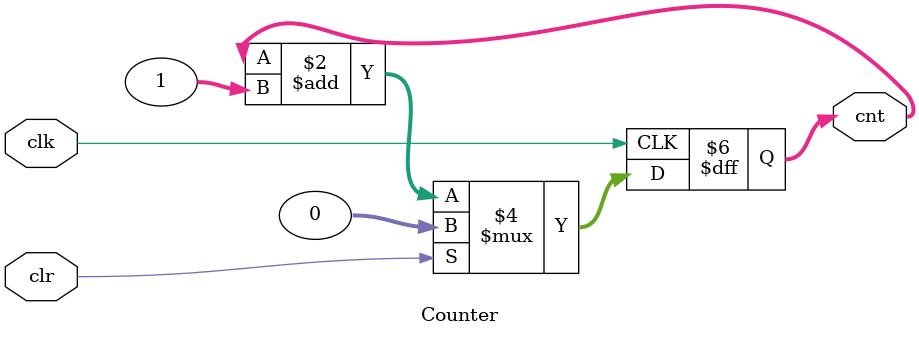
<source format=sv>
module Counter #(
    parameter WID = 32
)(
    input logic clk,
    input logic clr,
    output logic [WID-1:0] cnt
);

    always_ff @(posedge clk) begin
        if(clr) cnt = '0;
        else    cnt = cnt + 1;
    end

endmodule
</source>
